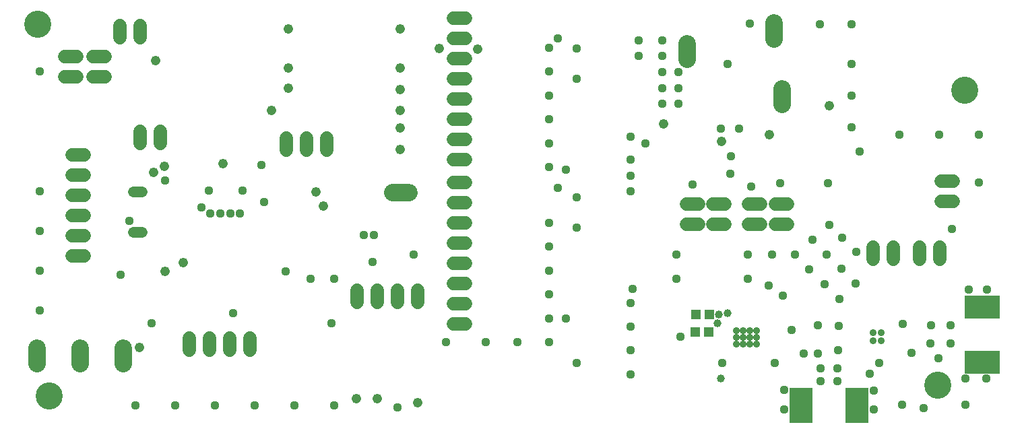
<source format=gbs>
G75*
G70*
%OFA0B0*%
%FSLAX24Y24*%
%IPPOS*%
%LPD*%
%AMOC8*
5,1,8,0,0,1.08239X$1,22.5*
%
%ADD10C,0.1340*%
%ADD11C,0.0680*%
%ADD12C,0.0520*%
%ADD13C,0.0860*%
%ADD14R,0.0474X0.0513*%
%ADD15R,0.0513X0.0474*%
%ADD16R,0.1130X0.1730*%
%ADD17R,0.1730X0.1130*%
%ADD18C,0.0476*%
%ADD19C,0.0437*%
%ADD20C,0.0358*%
%ADD21C,0.0397*%
D10*
X002404Y005150D03*
X001853Y023555D03*
X046381Y005681D03*
X047700Y020268D03*
D11*
X047153Y015788D02*
X046553Y015788D01*
X046553Y014788D02*
X047153Y014788D01*
X046467Y012517D02*
X046467Y011917D01*
X045467Y011917D02*
X045467Y012517D01*
X044164Y012517D02*
X044164Y011917D01*
X043164Y011917D02*
X043164Y012517D01*
X038945Y013626D02*
X038345Y013626D01*
X037626Y013626D02*
X037026Y013626D01*
X035854Y013626D02*
X035254Y013626D01*
X034535Y013626D02*
X033935Y013626D01*
X033935Y014626D02*
X034535Y014626D01*
X035254Y014626D02*
X035854Y014626D01*
X037026Y014626D02*
X037626Y014626D01*
X038345Y014626D02*
X038945Y014626D01*
X023000Y014717D02*
X022400Y014717D01*
X022400Y015717D02*
X023000Y015717D01*
X023000Y016827D02*
X022400Y016827D01*
X022400Y017827D02*
X023000Y017827D01*
X023000Y018827D02*
X022400Y018827D01*
X022400Y019827D02*
X023000Y019827D01*
X023000Y020827D02*
X022400Y020827D01*
X022400Y021827D02*
X023000Y021827D01*
X023000Y022827D02*
X022400Y022827D01*
X022400Y023827D02*
X023000Y023827D01*
X016141Y017910D02*
X016141Y017310D01*
X015141Y017310D02*
X015141Y017910D01*
X014141Y017910D02*
X014141Y017310D01*
X007924Y017625D02*
X007924Y018225D01*
X006924Y018225D02*
X006924Y017625D01*
X004134Y017087D02*
X003534Y017087D01*
X003534Y016087D02*
X004134Y016087D01*
X004134Y015087D02*
X003534Y015087D01*
X003534Y014087D02*
X004134Y014087D01*
X004134Y013087D02*
X003534Y013087D01*
X003534Y012087D02*
X004134Y012087D01*
X009334Y008017D02*
X009334Y007417D01*
X010334Y007417D02*
X010334Y008017D01*
X011334Y008017D02*
X011334Y007417D01*
X012334Y007417D02*
X012334Y008017D01*
X017649Y009779D02*
X017649Y010379D01*
X018649Y010379D02*
X018649Y009779D01*
X019649Y009779D02*
X019649Y010379D01*
X020649Y010379D02*
X020649Y009779D01*
X022400Y009717D02*
X023000Y009717D01*
X023000Y010717D02*
X022400Y010717D01*
X022400Y011717D02*
X023000Y011717D01*
X023000Y012717D02*
X022400Y012717D01*
X022400Y013717D02*
X023000Y013717D01*
X023000Y008717D02*
X022400Y008717D01*
X005185Y020949D02*
X004585Y020949D01*
X003767Y020949D02*
X003167Y020949D01*
X003167Y021949D02*
X003767Y021949D01*
X004585Y021949D02*
X005185Y021949D01*
X005920Y022881D02*
X005920Y023481D01*
X006920Y023481D02*
X006920Y022881D01*
D12*
X007014Y015244D02*
X006574Y015244D01*
X006574Y013244D02*
X007014Y013244D01*
D13*
X006086Y007508D02*
X006086Y006728D01*
X003940Y006728D02*
X003940Y007508D01*
X001794Y007508D02*
X001794Y006728D01*
X019416Y015209D02*
X020196Y015209D01*
X033960Y021807D02*
X033960Y022587D01*
X038271Y022811D02*
X038271Y023591D01*
X038664Y020343D02*
X038664Y019563D01*
D14*
X035062Y009166D03*
X034393Y009166D03*
D15*
X034373Y008299D03*
X035042Y008299D03*
D16*
X039611Y004683D03*
X042363Y004683D03*
D17*
X048579Y006806D03*
X048579Y009557D03*
D18*
X035692Y017748D03*
X038054Y018083D03*
X041026Y019520D03*
X032818Y018595D03*
X023625Y022315D03*
X021715Y022335D03*
X019778Y021386D03*
X019778Y020323D03*
X019778Y019260D03*
X019778Y018410D03*
X019778Y017347D03*
X015613Y015229D03*
X015987Y014540D03*
X011007Y016626D03*
X008113Y016508D03*
X007582Y016193D03*
X013400Y019260D03*
X014251Y020359D03*
X014251Y021386D03*
X014251Y023299D03*
X019778Y023299D03*
X007660Y021725D03*
X009038Y011744D03*
X008133Y011292D03*
X006873Y007551D03*
X017621Y005012D03*
X018629Y005012D03*
X020649Y004796D03*
D19*
X006676Y004658D03*
X008645Y004658D03*
X010613Y004658D03*
X012582Y004658D03*
X014550Y004658D03*
X016519Y004658D03*
X019649Y004559D03*
X022030Y007807D03*
X023999Y007807D03*
X025574Y007807D03*
X027149Y007807D03*
X028526Y006764D03*
X031184Y006213D03*
X031184Y007394D03*
X031184Y008575D03*
X031184Y009756D03*
X031282Y010445D03*
X033448Y010957D03*
X033448Y012138D03*
X036991Y012138D03*
X038172Y012138D03*
X039294Y012138D03*
X040023Y011410D03*
X040889Y012138D03*
X041597Y011429D03*
X042326Y010701D03*
X041519Y009933D03*
X040771Y010681D03*
X038704Y010091D03*
X038015Y010603D03*
X036991Y010957D03*
X040160Y012866D03*
X041007Y013614D03*
X041656Y012965D03*
X042345Y012276D03*
X047089Y013398D03*
X048408Y015721D03*
X048408Y018083D03*
X046440Y018083D03*
X044471Y018083D03*
X042503Y017256D03*
X042109Y018437D03*
X042109Y020012D03*
X042109Y021587D03*
X042109Y023555D03*
X040534Y023555D03*
X037089Y023575D03*
X035967Y021587D03*
X033546Y021173D03*
X032759Y021173D03*
X032759Y020386D03*
X033546Y020386D03*
X033546Y019599D03*
X032759Y019599D03*
X035652Y018378D03*
X036538Y018378D03*
X036145Y017020D03*
X036105Y016134D03*
X037149Y015524D03*
X038566Y015681D03*
X040928Y015681D03*
X034235Y015622D03*
X031184Y015268D03*
X031184Y016055D03*
X031184Y016843D03*
X031912Y017630D03*
X031164Y017965D03*
X027975Y016351D03*
X027149Y016469D03*
X027582Y015445D03*
X028526Y014973D03*
X027149Y013713D03*
X028526Y013477D03*
X027149Y012532D03*
X027149Y011351D03*
X027149Y010170D03*
X027149Y008988D03*
X027975Y008988D03*
X033645Y008063D03*
X035711Y006764D03*
X038310Y006764D03*
X039747Y007236D03*
X040456Y007256D03*
X041440Y007394D03*
X041400Y006508D03*
X040574Y006508D03*
X040574Y005859D03*
X041400Y005859D03*
X042995Y006252D03*
X043487Y006764D03*
X045062Y007280D03*
X046026Y007729D03*
X047011Y007729D03*
X046420Y007000D03*
X047759Y005996D03*
X048763Y005996D03*
X047759Y004717D03*
X045692Y004540D03*
X044609Y004717D03*
X043211Y004481D03*
X043211Y005406D03*
X038763Y005445D03*
X038763Y004461D03*
X039156Y008418D03*
X040456Y008634D03*
X041479Y008595D03*
X044629Y008713D03*
X046046Y008634D03*
X047011Y008634D03*
X047916Y010406D03*
X048802Y010406D03*
X028526Y020839D03*
X027149Y021193D03*
X027149Y020012D03*
X027149Y018831D03*
X027149Y017650D03*
X031578Y021961D03*
X032759Y021961D03*
X032759Y022748D03*
X031578Y022748D03*
X028526Y022335D03*
X027582Y022847D03*
X027149Y022374D03*
X012897Y016587D03*
X011991Y015307D03*
X013054Y014736D03*
X011853Y014185D03*
X011361Y014185D03*
X010869Y014185D03*
X010377Y014185D03*
X009944Y014461D03*
X010318Y015307D03*
X008133Y015799D03*
X006361Y013792D03*
X001952Y013319D03*
X001952Y011351D03*
X001952Y009382D03*
X005928Y011154D03*
X007463Y008733D03*
X011499Y009244D03*
X015337Y010957D03*
X014097Y011292D03*
X016519Y010957D03*
X018408Y011784D03*
X020456Y012138D03*
X018487Y013103D03*
X017975Y013103D03*
X016361Y008733D03*
X001952Y015288D03*
X001952Y021193D03*
D20*
X036400Y008378D03*
X036735Y008378D03*
X037070Y008378D03*
X037404Y008378D03*
X037404Y008044D03*
X037070Y008044D03*
X036735Y008044D03*
X036400Y008044D03*
X036400Y007709D03*
X036735Y007709D03*
X037070Y007709D03*
X037404Y007709D03*
X043172Y007866D03*
X043566Y007866D03*
X043566Y008260D03*
X043192Y008260D03*
D21*
X035987Y009244D03*
X035534Y009166D03*
X035475Y008752D03*
X035652Y006016D03*
M02*

</source>
